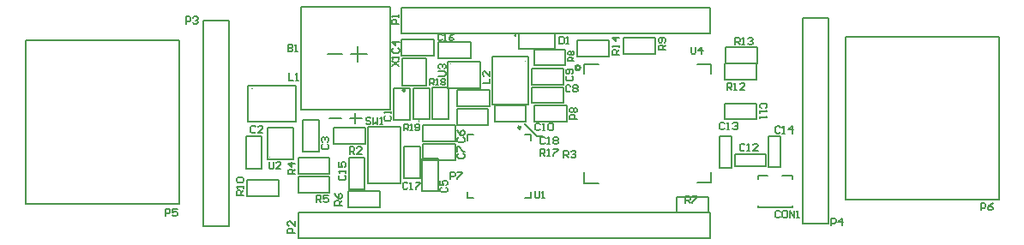
<source format=gto>
G04 Layer_Color=65535*
%FSAX25Y25*%
%MOIN*%
G70*
G01*
G75*
%ADD36C,0.01000*%
%ADD54C,0.00394*%
%ADD55C,0.00984*%
%ADD56C,0.00787*%
%ADD57C,0.00591*%
D36*
X0371299Y0428937D02*
G03*
X0371299Y0428937I-0000394J0000000D01*
G01*
X0439370Y0437795D02*
G03*
X0439370Y0437795I-0000905J0000000D01*
G01*
X0414181Y0450380D02*
G03*
X0414180Y0450394I0000111J0000014D01*
G01*
D54*
X0318789Y0402907D02*
G03*
X0318789Y0402907I-0000197J0000000D01*
G01*
X0312047Y0429764D02*
G03*
X0312047Y0429764I-0000197J0000000D01*
G01*
X0418307Y0440473D02*
G03*
X0418307Y0440473I-0000197J0000000D01*
G01*
X0389088Y0439282D02*
G03*
X0389088Y0439282I-0000197J0000000D01*
G01*
X0376654Y0416693D02*
Y0417677D01*
D55*
X0415904Y0414080D02*
G03*
X0415748Y0414055I-0000156J0000467D01*
G01*
D56*
X0438386Y0442283D02*
Y0448583D01*
Y0442283D02*
X0450591D01*
Y0448583D01*
X0438386D02*
X0450591D01*
X0322165Y0387913D02*
Y0394213D01*
X0309961D02*
X0322165D01*
X0309961Y0387913D02*
Y0394213D01*
Y0387913D02*
X0322165D01*
X0468543Y0443307D02*
Y0449606D01*
X0456339D02*
X0468543D01*
X0456339Y0443307D02*
Y0449606D01*
Y0443307D02*
X0468543D01*
X0489252Y0381339D02*
Y0387638D01*
X0477047D02*
X0489252D01*
X0477047Y0381339D02*
Y0387638D01*
Y0381339D02*
X0489252D01*
X0361535Y0383504D02*
Y0389803D01*
X0349331D02*
X0361535D01*
X0349331Y0383504D02*
Y0389803D01*
Y0383504D02*
X0361535D01*
X0342087Y0389173D02*
Y0395472D01*
X0329882D02*
X0342087D01*
X0329882Y0389173D02*
Y0395472D01*
Y0389173D02*
X0342087D01*
X0329803Y0396614D02*
Y0402913D01*
Y0396614D02*
X0342008D01*
Y0402913D01*
X0329803D02*
X0342008D01*
X0406220Y0416929D02*
Y0423228D01*
Y0416929D02*
X0418425D01*
Y0423228D01*
X0406220D02*
X0418425D01*
X0343661Y0408071D02*
Y0414370D01*
Y0408071D02*
X0355866D01*
Y0414370D01*
X0343661D02*
X0355866D01*
X0495709Y0433150D02*
Y0439449D01*
Y0433150D02*
X0507913D01*
Y0439449D01*
X0495709D02*
X0507913D01*
X0496063Y0439488D02*
Y0445787D01*
Y0439488D02*
X0508268D01*
Y0445787D01*
X0496063D02*
X0508268D01*
X0403661Y0415472D02*
Y0421772D01*
X0391457D02*
X0403661D01*
X0391457Y0415472D02*
Y0421772D01*
Y0415472D02*
X0403661D01*
X0382008Y0430118D02*
X0388307D01*
X0382008Y0417913D02*
Y0430118D01*
Y0417913D02*
X0388307D01*
Y0430118D01*
X0374567Y0417756D02*
X0380866D01*
Y0429961D01*
X0374567D02*
X0380866D01*
X0374567Y0417756D02*
Y0429961D01*
X0421535Y0438701D02*
Y0445000D01*
Y0438701D02*
X0433740D01*
Y0445000D01*
X0421535D02*
X0433740D01*
X0341181Y0443032D02*
X0347087D01*
X0350236D02*
X0356535D01*
X0352992Y0440276D02*
Y0446181D01*
X0341968Y0418228D02*
X0346535D01*
X0349843Y0418150D02*
X0354449D01*
X0352087Y0416181D02*
Y0420276D01*
X0365591Y0421378D02*
Y0461535D01*
X0330945D02*
X0365591D01*
X0330945Y0421378D02*
Y0461535D01*
Y0421378D02*
X0365591D01*
X0418032Y0415827D02*
Y0416024D01*
Y0415827D02*
X0419331Y0414528D01*
X0422756Y0411102D01*
X0424882D01*
X0366811Y0417402D02*
Y0430000D01*
X0373110D01*
Y0417402D02*
Y0430000D01*
X0366811Y0417402D02*
X0373110D01*
X0317792Y0402107D02*
X0327992D01*
Y0414607D01*
X0317792D02*
X0327992D01*
X0317792Y0402107D02*
Y0414607D01*
X0356890Y0392756D02*
X0369488D01*
Y0414803D01*
X0356890D02*
X0369488D01*
X0356890Y0392756D02*
Y0414803D01*
X0602244Y0447835D02*
Y0449961D01*
X0542480D02*
X0602244D01*
X0542480Y0386378D02*
Y0449961D01*
X0602244Y0386378D02*
Y0447835D01*
X0542480Y0386378D02*
X0602244D01*
X0223819Y0384842D02*
Y0386968D01*
Y0384842D02*
X0283583D01*
Y0448425D01*
X0223819Y0386968D02*
Y0448425D01*
X0283583D01*
X0525906Y0377205D02*
Y0457205D01*
Y0377205D02*
X0535906D01*
Y0457205D01*
X0525906D02*
X0535906D01*
X0292795Y0376181D02*
Y0456181D01*
Y0376181D02*
X0302795D01*
Y0456181D01*
X0292795D02*
X0302795D01*
X0330000Y0371500D02*
Y0381500D01*
Y0371500D02*
X0482500D01*
X0490000D01*
Y0381500D01*
X0330000D02*
X0490000D01*
Y0451102D02*
Y0461102D01*
X0370000Y0451102D02*
X0490000D01*
X0370000D02*
Y0461102D01*
X0377500D01*
X0490000D01*
X0310276Y0430945D02*
X0328780D01*
Y0416772D02*
Y0430945D01*
X0310276Y0416772D02*
X0328780D01*
X0310276D02*
Y0430945D01*
X0508504Y0395721D02*
X0512441D01*
X0508504D02*
X0508504Y0394539D01*
X0521890D02*
Y0395720D01*
X0517953D02*
X0521890D01*
X0508504Y0383516D02*
Y0384303D01*
Y0383516D02*
X0521890D01*
Y0384303D01*
X0370827Y0394685D02*
Y0407283D01*
X0377126D01*
Y0394685D02*
Y0407283D01*
X0370827Y0394685D02*
X0377126D01*
X0349449Y0390354D02*
Y0402953D01*
X0355748D01*
Y0390354D02*
Y0402953D01*
X0349449Y0390354D02*
X0355748D01*
X0517205Y0402722D02*
Y0407837D01*
X0512480Y0399055D02*
X0517205D01*
X0512480D02*
Y0411260D01*
X0517205D01*
Y0407837D02*
Y0411260D01*
Y0399055D02*
Y0402722D01*
X0498347Y0402486D02*
Y0407600D01*
X0493622Y0398819D02*
X0498347D01*
X0493622D02*
Y0411024D01*
X0498347D01*
Y0407600D02*
Y0411024D01*
Y0398819D02*
Y0402486D01*
X0502911Y0404134D02*
X0508026D01*
X0511693Y0399410D02*
Y0404134D01*
X0499488Y0399410D02*
X0511693D01*
X0499488D02*
Y0404134D01*
X0502911D01*
X0508026D02*
X0511693D01*
X0495472Y0417677D02*
X0508071D01*
X0495472D02*
Y0423976D01*
X0508071D01*
Y0417677D02*
Y0423976D01*
X0421654Y0423228D02*
X0434252D01*
Y0416929D02*
Y0423228D01*
X0421654Y0416929D02*
X0434252D01*
X0421654D02*
Y0423228D01*
X0420472Y0431102D02*
X0433071D01*
X0420472D02*
Y0437402D01*
X0433071D01*
Y0431102D02*
Y0437402D01*
X0420472Y0424016D02*
X0433071D01*
X0420472D02*
Y0430315D01*
X0433071D01*
Y0424016D02*
Y0430315D01*
X0378346Y0408268D02*
X0390945D01*
Y0401968D02*
Y0408268D01*
X0378346Y0401968D02*
X0390945D01*
X0378346D02*
Y0408268D01*
X0378307Y0415512D02*
X0390905D01*
Y0409213D02*
Y0415512D01*
X0378307Y0409213D02*
X0390905D01*
X0378307D02*
Y0415512D01*
X0377953Y0389764D02*
Y0402362D01*
X0384252D01*
Y0389764D02*
Y0402362D01*
X0377953Y0389764D02*
X0384252D01*
X0369961Y0448858D02*
X0382559D01*
Y0442559D02*
Y0448858D01*
X0369961Y0442559D02*
X0382559D01*
X0369961D02*
Y0448858D01*
X0337913Y0405039D02*
Y0417638D01*
X0331614Y0405039D02*
X0337913D01*
X0331614D02*
Y0417638D01*
X0337913D01*
X0309449Y0398465D02*
Y0411063D01*
X0315748D01*
Y0398465D02*
Y0411063D01*
X0309449Y0398465D02*
X0315748D01*
X0405118Y0442047D02*
X0419291D01*
X0405118Y0423543D02*
Y0442047D01*
Y0423543D02*
X0419291D01*
Y0442047D01*
X0388091Y0440082D02*
X0400591D01*
Y0429882D02*
Y0440082D01*
X0388091Y0429882D02*
X0400591D01*
X0388091D02*
Y0440082D01*
X0384409Y0441378D02*
Y0447677D01*
Y0441378D02*
X0397008D01*
Y0447677D01*
X0384409D02*
X0397008D01*
X0391693Y0422717D02*
Y0429016D01*
Y0422717D02*
X0404291D01*
Y0429016D01*
X0391693D02*
X0404291D01*
X0417854Y0411890D02*
X0420276D01*
Y0409469D02*
Y0411890D01*
Y0387087D02*
Y0389508D01*
X0417854Y0387087D02*
X0420276D01*
X0395472D02*
X0397894D01*
X0395472D02*
Y0389508D01*
Y0411890D02*
X0397894D01*
X0395472Y0409469D02*
Y0411890D01*
X0370118Y0441535D02*
X0370905D01*
X0370118Y0430905D02*
Y0441535D01*
X0370905D02*
X0379567D01*
X0370118Y0430905D02*
X0379567D01*
Y0441535D01*
X0440866Y0393110D02*
X0441024Y0392953D01*
X0440866Y0393110D02*
Y0397087D01*
X0441024Y0392953D02*
X0446535D01*
X0484961Y0393032D02*
X0490276D01*
X0490354Y0393110D01*
Y0397047D01*
X0490394Y0435354D02*
Y0438937D01*
X0490276Y0439055D02*
X0490394Y0438937D01*
X0484882Y0439055D02*
X0490276D01*
X0440866Y0439094D02*
X0446535D01*
X0440827Y0439055D02*
X0440866Y0439094D01*
X0440827Y0435354D02*
Y0439055D01*
X0415551Y0445079D02*
Y0451221D01*
Y0445079D02*
X0429685D01*
Y0451221D01*
X0415551D02*
X0429685D01*
D57*
X0438189Y0417717D02*
X0435434D01*
Y0419094D01*
X0435893Y0419553D01*
X0436811D01*
X0437271Y0419094D01*
Y0417717D01*
X0435893Y0420472D02*
X0435434Y0420931D01*
Y0421849D01*
X0435893Y0422308D01*
X0436352D01*
X0436811Y0421849D01*
X0437271Y0422308D01*
X0437730D01*
X0438189Y0421849D01*
Y0420931D01*
X0437730Y0420472D01*
X0437271D01*
X0436811Y0420931D01*
X0436352Y0420472D01*
X0435893D01*
X0436811Y0420931D02*
Y0421849D01*
X0388976Y0394488D02*
Y0397243D01*
X0390354D01*
X0390813Y0396784D01*
Y0395866D01*
X0390354Y0395407D01*
X0388976D01*
X0391731Y0397243D02*
X0393568D01*
Y0396784D01*
X0391731Y0394947D01*
Y0394488D01*
X0437087Y0440394D02*
X0434725D01*
Y0441574D01*
X0435119Y0441968D01*
X0435906D01*
X0436300Y0441574D01*
Y0440394D01*
Y0441181D02*
X0437087Y0441968D01*
X0435119Y0442755D02*
X0434725Y0443149D01*
Y0443936D01*
X0435119Y0444329D01*
X0435512D01*
X0435906Y0443936D01*
X0436300Y0444329D01*
X0436693D01*
X0437087Y0443936D01*
Y0443149D01*
X0436693Y0442755D01*
X0436300D01*
X0435906Y0443149D01*
X0435512Y0442755D01*
X0435119D01*
X0435906Y0443149D02*
Y0443936D01*
X0384410Y0434606D02*
X0386706D01*
X0387165Y0435066D01*
Y0435984D01*
X0386706Y0436443D01*
X0384410D01*
X0384870Y0437361D02*
X0384410Y0437820D01*
Y0438739D01*
X0384870Y0439198D01*
X0385329D01*
X0385788Y0438739D01*
Y0438280D01*
Y0438739D01*
X0386247Y0439198D01*
X0386706D01*
X0387165Y0438739D01*
Y0437820D01*
X0386706Y0437361D01*
X0371024Y0413386D02*
Y0415747D01*
X0372204D01*
X0372598Y0415354D01*
Y0414567D01*
X0372204Y0414173D01*
X0371024D01*
X0371811D02*
X0372598Y0413386D01*
X0373385D02*
X0374172D01*
X0373779D01*
Y0415747D01*
X0373385Y0415354D01*
X0375353Y0413779D02*
X0375746Y0413386D01*
X0376534D01*
X0376927Y0413779D01*
Y0415354D01*
X0376534Y0415747D01*
X0375746D01*
X0375353Y0415354D01*
Y0414960D01*
X0375746Y0414567D01*
X0376927D01*
X0381063Y0431142D02*
Y0433503D01*
X0382244D01*
X0382637Y0433110D01*
Y0432323D01*
X0382244Y0431929D01*
X0381063D01*
X0381850D02*
X0382637Y0431142D01*
X0383424D02*
X0384212D01*
X0383818D01*
Y0433503D01*
X0383424Y0433110D01*
X0385392D02*
X0385786Y0433503D01*
X0386573D01*
X0386967Y0433110D01*
Y0432716D01*
X0386573Y0432323D01*
X0386967Y0431929D01*
Y0431535D01*
X0386573Y0431142D01*
X0385786D01*
X0385392Y0431535D01*
Y0431929D01*
X0385786Y0432323D01*
X0385392Y0432716D01*
Y0433110D01*
X0385786Y0432323D02*
X0386573D01*
X0423898Y0403543D02*
Y0406298D01*
X0425275D01*
X0425734Y0405839D01*
Y0404921D01*
X0425275Y0404462D01*
X0423898D01*
X0424816D02*
X0425734Y0403543D01*
X0426653D02*
X0427571D01*
X0427112D01*
Y0406298D01*
X0426653Y0405839D01*
X0428948Y0406298D02*
X0430785D01*
Y0405839D01*
X0428948Y0404003D01*
Y0403543D01*
X0401497Y0431811D02*
X0404252D01*
Y0433648D01*
Y0436403D02*
Y0434566D01*
X0402415Y0436403D01*
X0401956D01*
X0401497Y0435944D01*
Y0435025D01*
X0401956Y0434566D01*
X0425813Y0410406D02*
X0425354Y0410865D01*
X0424436D01*
X0423976Y0410406D01*
Y0408569D01*
X0424436Y0408110D01*
X0425354D01*
X0425813Y0408569D01*
X0426731Y0408110D02*
X0427650D01*
X0427191D01*
Y0410865D01*
X0426731Y0410406D01*
X0429027D02*
X0429486Y0410865D01*
X0430405D01*
X0430864Y0410406D01*
Y0409947D01*
X0430405Y0409488D01*
X0430864Y0409029D01*
Y0408569D01*
X0430405Y0408110D01*
X0429486D01*
X0429027Y0408569D01*
Y0409029D01*
X0429486Y0409488D01*
X0429027Y0409947D01*
Y0410406D01*
X0429486Y0409488D02*
X0430405D01*
X0385826Y0450354D02*
X0385433Y0450747D01*
X0384646D01*
X0384252Y0450354D01*
Y0448779D01*
X0384646Y0448386D01*
X0385433D01*
X0385826Y0448779D01*
X0386613Y0448386D02*
X0387401D01*
X0387007D01*
Y0450747D01*
X0386613Y0450354D01*
X0390156Y0450747D02*
X0389368Y0450354D01*
X0388581Y0449567D01*
Y0448779D01*
X0388975Y0448386D01*
X0389762D01*
X0390156Y0448779D01*
Y0449173D01*
X0389762Y0449567D01*
X0388581D01*
X0499606Y0446850D02*
Y0449605D01*
X0500984D01*
X0501443Y0449146D01*
Y0448228D01*
X0500984Y0447769D01*
X0499606D01*
X0500525D02*
X0501443Y0446850D01*
X0502361D02*
X0503280D01*
X0502820D01*
Y0449605D01*
X0502361Y0449146D01*
X0504657D02*
X0505116Y0449605D01*
X0506035D01*
X0506494Y0449146D01*
Y0448687D01*
X0506035Y0448228D01*
X0505576D01*
X0506035D01*
X0506494Y0447769D01*
Y0447310D01*
X0506035Y0446850D01*
X0505116D01*
X0504657Y0447310D01*
X0496457Y0429134D02*
Y0431889D01*
X0497834D01*
X0498293Y0431430D01*
Y0430511D01*
X0497834Y0430052D01*
X0496457D01*
X0497375D02*
X0498293Y0429134D01*
X0499212D02*
X0500130D01*
X0499671D01*
Y0431889D01*
X0499212Y0431430D01*
X0503344Y0429134D02*
X0501508D01*
X0503344Y0430970D01*
Y0431430D01*
X0502885Y0431889D01*
X0501967D01*
X0501508Y0431430D01*
X0349882Y0404291D02*
Y0407046D01*
X0351259D01*
X0351719Y0406587D01*
Y0405669D01*
X0351259Y0405210D01*
X0349882D01*
X0350800D02*
X0351719Y0404291D01*
X0354474D02*
X0352637D01*
X0354474Y0406128D01*
Y0406587D01*
X0354014Y0407046D01*
X0353096D01*
X0352637Y0406587D01*
X0313254Y0414737D02*
X0312795Y0415196D01*
X0311877D01*
X0311417Y0414737D01*
Y0412900D01*
X0311877Y0412441D01*
X0312795D01*
X0313254Y0412900D01*
X0316009Y0412441D02*
X0314172D01*
X0316009Y0414278D01*
Y0414737D01*
X0315550Y0415196D01*
X0314632D01*
X0314172Y0414737D01*
X0339397Y0408018D02*
X0338938Y0407559D01*
Y0406640D01*
X0339397Y0406181D01*
X0341234D01*
X0341693Y0406640D01*
Y0407559D01*
X0341234Y0408018D01*
X0339397Y0408936D02*
X0338938Y0409395D01*
Y0410314D01*
X0339397Y0410773D01*
X0339856D01*
X0340315Y0410314D01*
Y0409855D01*
Y0410314D01*
X0340775Y0410773D01*
X0341234D01*
X0341693Y0410314D01*
Y0409395D01*
X0341234Y0408936D01*
X0366838Y0445419D02*
X0366379Y0444960D01*
Y0444042D01*
X0366838Y0443583D01*
X0368675D01*
X0369134Y0444042D01*
Y0444960D01*
X0368675Y0445419D01*
X0369134Y0447715D02*
X0366379D01*
X0367756Y0446338D01*
Y0448174D01*
X0385499Y0391207D02*
X0385040Y0390748D01*
Y0389829D01*
X0385499Y0389370D01*
X0387336D01*
X0387795Y0389829D01*
Y0390748D01*
X0387336Y0391207D01*
X0385040Y0393962D02*
Y0392125D01*
X0386418D01*
X0385959Y0393043D01*
Y0393503D01*
X0386418Y0393962D01*
X0387336D01*
X0387795Y0393503D01*
Y0392584D01*
X0387336Y0392125D01*
X0392153Y0410695D02*
X0391694Y0410236D01*
Y0409317D01*
X0392153Y0408858D01*
X0393990D01*
X0394449Y0409317D01*
Y0410236D01*
X0393990Y0410695D01*
X0391694Y0413450D02*
X0392153Y0412532D01*
X0393071Y0411613D01*
X0393990D01*
X0394449Y0412073D01*
Y0412991D01*
X0393990Y0413450D01*
X0393531D01*
X0393071Y0412991D01*
Y0411613D01*
X0392192Y0404396D02*
X0391733Y0403937D01*
Y0403018D01*
X0392192Y0402559D01*
X0394029D01*
X0394488Y0403018D01*
Y0403937D01*
X0394029Y0404396D01*
X0391733Y0405314D02*
Y0407151D01*
X0392192D01*
X0394029Y0405314D01*
X0394488D01*
X0435695Y0430642D02*
X0435236Y0431102D01*
X0434317D01*
X0433858Y0430642D01*
Y0428806D01*
X0434317Y0428346D01*
X0435236D01*
X0435695Y0428806D01*
X0436613Y0430642D02*
X0437073Y0431102D01*
X0437991D01*
X0438450Y0430642D01*
Y0430183D01*
X0437991Y0429724D01*
X0438450Y0429265D01*
Y0428806D01*
X0437991Y0428346D01*
X0437073D01*
X0436613Y0428806D01*
Y0429265D01*
X0437073Y0429724D01*
X0436613Y0430183D01*
Y0430642D01*
X0437073Y0429724D02*
X0437991D01*
X0434318Y0434514D02*
X0433859Y0434055D01*
Y0433136D01*
X0434318Y0432677D01*
X0436155D01*
X0436614Y0433136D01*
Y0434055D01*
X0436155Y0434514D01*
Y0435432D02*
X0436614Y0435891D01*
Y0436810D01*
X0436155Y0437269D01*
X0434318D01*
X0433859Y0436810D01*
Y0435891D01*
X0434318Y0435432D01*
X0434777D01*
X0435237Y0435891D01*
Y0437269D01*
X0423884Y0415682D02*
X0423425Y0416141D01*
X0422506D01*
X0422047Y0415682D01*
Y0413845D01*
X0422506Y0413386D01*
X0423425D01*
X0423884Y0413845D01*
X0424802Y0413386D02*
X0425721D01*
X0425261D01*
Y0416141D01*
X0424802Y0415682D01*
X0427098D02*
X0427557Y0416141D01*
X0428476D01*
X0428935Y0415682D01*
Y0413845D01*
X0428476Y0413386D01*
X0427557D01*
X0427098Y0413845D01*
Y0415682D01*
X0511627Y0422140D02*
X0512086Y0422599D01*
Y0423517D01*
X0511627Y0423976D01*
X0509790D01*
X0509331Y0423517D01*
Y0422599D01*
X0509790Y0422140D01*
X0509331Y0421221D02*
Y0420303D01*
Y0420762D01*
X0512086D01*
X0511627Y0421221D01*
X0509331Y0418926D02*
Y0418007D01*
Y0418466D01*
X0512086D01*
X0511627Y0418926D01*
X0503411Y0407808D02*
X0502952Y0408267D01*
X0502034D01*
X0501575Y0407808D01*
Y0405971D01*
X0502034Y0405512D01*
X0502952D01*
X0503411Y0405971D01*
X0504330Y0405512D02*
X0505248D01*
X0504789D01*
Y0408267D01*
X0504330Y0407808D01*
X0508462Y0405512D02*
X0506626D01*
X0508462Y0407348D01*
Y0407808D01*
X0508003Y0408267D01*
X0507085D01*
X0506626Y0407808D01*
X0495538Y0416075D02*
X0495078Y0416535D01*
X0494160D01*
X0493701Y0416075D01*
Y0414239D01*
X0494160Y0413779D01*
X0495078D01*
X0495538Y0414239D01*
X0496456Y0413779D02*
X0497374D01*
X0496915D01*
Y0416535D01*
X0496456Y0416075D01*
X0498752D02*
X0499211Y0416535D01*
X0500129D01*
X0500588Y0416075D01*
Y0415616D01*
X0500129Y0415157D01*
X0499670D01*
X0500129D01*
X0500588Y0414698D01*
Y0414239D01*
X0500129Y0413779D01*
X0499211D01*
X0498752Y0414239D01*
X0517191Y0414619D02*
X0516732Y0415078D01*
X0515813D01*
X0515354Y0414619D01*
Y0412782D01*
X0515813Y0412323D01*
X0516732D01*
X0517191Y0412782D01*
X0518109Y0412323D02*
X0519028D01*
X0518569D01*
Y0415078D01*
X0518109Y0414619D01*
X0521783Y0412323D02*
Y0415078D01*
X0520405Y0413700D01*
X0522242D01*
X0346011Y0395971D02*
X0345552Y0395511D01*
Y0394593D01*
X0346011Y0394134D01*
X0347848D01*
X0348307Y0394593D01*
Y0395511D01*
X0347848Y0395971D01*
X0348307Y0396889D02*
Y0397807D01*
Y0397348D01*
X0345552D01*
X0346011Y0396889D01*
X0345552Y0401021D02*
Y0399185D01*
X0346930D01*
X0346470Y0400103D01*
Y0400562D01*
X0346930Y0401021D01*
X0347848D01*
X0348307Y0400562D01*
Y0399644D01*
X0347848Y0399185D01*
X0372309Y0392847D02*
X0371850Y0393306D01*
X0370932D01*
X0370472Y0392847D01*
Y0391010D01*
X0370932Y0390551D01*
X0371850D01*
X0372309Y0391010D01*
X0373228Y0390551D02*
X0374146D01*
X0373687D01*
Y0393306D01*
X0373228Y0392847D01*
X0375523Y0393306D02*
X0377360D01*
Y0392847D01*
X0375523Y0391010D01*
Y0390551D01*
X0517191Y0381823D02*
X0516732Y0382283D01*
X0515813D01*
X0515354Y0381823D01*
Y0379987D01*
X0515813Y0379528D01*
X0516732D01*
X0517191Y0379987D01*
X0519487Y0382283D02*
X0518569D01*
X0518109Y0381823D01*
Y0379987D01*
X0518569Y0379528D01*
X0519487D01*
X0519946Y0379987D01*
Y0381823D01*
X0519487Y0382283D01*
X0520864Y0379528D02*
Y0382283D01*
X0522701Y0379528D01*
Y0382283D01*
X0523619Y0379528D02*
X0524538D01*
X0524079D01*
Y0382283D01*
X0523619Y0381823D01*
X0326181Y0435747D02*
Y0432992D01*
X0328018D01*
X0328936D02*
X0329854D01*
X0329395D01*
Y0435747D01*
X0328936Y0435288D01*
X0368898Y0454724D02*
X0366143D01*
Y0456102D01*
X0366602Y0456561D01*
X0367520D01*
X0367979Y0456102D01*
Y0454724D01*
X0368898Y0457479D02*
Y0458398D01*
Y0457939D01*
X0366143D01*
X0366602Y0457479D01*
X0328504Y0373465D02*
X0325749D01*
Y0374842D01*
X0326208Y0375301D01*
X0327126D01*
X0327586Y0374842D01*
Y0373465D01*
X0328504Y0378056D02*
Y0376220D01*
X0326667Y0378056D01*
X0326208D01*
X0325749Y0377597D01*
Y0376679D01*
X0326208Y0376220D01*
X0286221Y0454921D02*
Y0457676D01*
X0287598D01*
X0288057Y0457217D01*
Y0456299D01*
X0287598Y0455840D01*
X0286221D01*
X0288976Y0457217D02*
X0289435Y0457676D01*
X0290353D01*
X0290812Y0457217D01*
Y0456758D01*
X0290353Y0456299D01*
X0289894D01*
X0290353D01*
X0290812Y0455840D01*
Y0455380D01*
X0290353Y0454921D01*
X0289435D01*
X0288976Y0455380D01*
X0537008Y0376378D02*
Y0379133D01*
X0538385D01*
X0538844Y0378674D01*
Y0377755D01*
X0538385Y0377296D01*
X0537008D01*
X0541140Y0376378D02*
Y0379133D01*
X0539763Y0377755D01*
X0541600D01*
X0278228Y0380157D02*
Y0382912D01*
X0279606D01*
X0280065Y0382453D01*
Y0381535D01*
X0279606Y0381076D01*
X0278228D01*
X0282820Y0382912D02*
X0280983D01*
Y0381535D01*
X0281902Y0381994D01*
X0282361D01*
X0282820Y0381535D01*
Y0380617D01*
X0282361Y0380157D01*
X0281442D01*
X0280983Y0380617D01*
X0595197Y0382362D02*
Y0385117D01*
X0596574D01*
X0597034Y0384658D01*
Y0383740D01*
X0596574Y0383280D01*
X0595197D01*
X0599789Y0385117D02*
X0598870Y0384658D01*
X0597952Y0383740D01*
Y0382821D01*
X0598411Y0382362D01*
X0599329D01*
X0599789Y0382821D01*
Y0383280D01*
X0599329Y0383740D01*
X0597952D01*
X0433032Y0402874D02*
Y0405629D01*
X0434409D01*
X0434868Y0405170D01*
Y0404251D01*
X0434409Y0403792D01*
X0433032D01*
X0433950D02*
X0434868Y0402874D01*
X0435786Y0405170D02*
X0436246Y0405629D01*
X0437164D01*
X0437623Y0405170D01*
Y0404711D01*
X0437164Y0404251D01*
X0436705D01*
X0437164D01*
X0437623Y0403792D01*
Y0403333D01*
X0437164Y0402874D01*
X0436246D01*
X0435786Y0403333D01*
X0328661Y0396496D02*
X0325906D01*
Y0397874D01*
X0326366Y0398333D01*
X0327284D01*
X0327743Y0397874D01*
Y0396496D01*
Y0397414D02*
X0328661Y0398333D01*
Y0400629D02*
X0325906D01*
X0327284Y0399251D01*
Y0401088D01*
X0336929Y0385433D02*
Y0388188D01*
X0338307D01*
X0338766Y0387729D01*
Y0386811D01*
X0338307Y0386351D01*
X0336929D01*
X0337847D02*
X0338766Y0385433D01*
X0341521Y0388188D02*
X0339684D01*
Y0386811D01*
X0340602Y0387270D01*
X0341062D01*
X0341521Y0386811D01*
Y0385892D01*
X0341062Y0385433D01*
X0340143D01*
X0339684Y0385892D01*
X0346850Y0384213D02*
X0344095D01*
Y0385590D01*
X0344554Y0386049D01*
X0345473D01*
X0345932Y0385590D01*
Y0384213D01*
Y0385131D02*
X0346850Y0386049D01*
X0344095Y0388804D02*
X0344554Y0387886D01*
X0345473Y0386968D01*
X0346391D01*
X0346850Y0387427D01*
Y0388345D01*
X0346391Y0388804D01*
X0345932D01*
X0345473Y0388345D01*
Y0386968D01*
X0480354Y0385157D02*
Y0387913D01*
X0481732D01*
X0482191Y0387453D01*
Y0386535D01*
X0481732Y0386076D01*
X0480354D01*
X0481273D02*
X0482191Y0385157D01*
X0483109Y0387913D02*
X0484946D01*
Y0387453D01*
X0483109Y0385617D01*
Y0385157D01*
X0358018Y0418044D02*
X0357559Y0418503D01*
X0356640D01*
X0356181Y0418044D01*
Y0417585D01*
X0356640Y0417126D01*
X0357559D01*
X0358018Y0416666D01*
Y0416207D01*
X0357559Y0415748D01*
X0356640D01*
X0356181Y0416207D01*
X0358936Y0418503D02*
Y0415748D01*
X0359855Y0416666D01*
X0360773Y0415748D01*
Y0418503D01*
X0361691Y0415748D02*
X0362610D01*
X0362150D01*
Y0418503D01*
X0361691Y0418044D01*
X0421890Y0389763D02*
Y0387467D01*
X0422349Y0387008D01*
X0423267D01*
X0423726Y0387467D01*
Y0389763D01*
X0424645Y0387008D02*
X0425563D01*
X0425104D01*
Y0389763D01*
X0424645Y0389304D01*
X0318504Y0401180D02*
Y0398884D01*
X0318963Y0398425D01*
X0319881D01*
X0320341Y0398884D01*
Y0401180D01*
X0323096Y0398425D02*
X0321259D01*
X0323096Y0400262D01*
Y0400721D01*
X0322637Y0401180D01*
X0321718D01*
X0321259Y0400721D01*
X0366300Y0438543D02*
X0369055Y0440380D01*
X0366300D02*
X0369055Y0438543D01*
Y0441298D02*
Y0442217D01*
Y0441757D01*
X0366300D01*
X0366759Y0441298D01*
X0472638Y0444803D02*
X0469883D01*
Y0446181D01*
X0470342Y0446640D01*
X0471260D01*
X0471720Y0446181D01*
Y0444803D01*
Y0445721D02*
X0472638Y0446640D01*
X0472179Y0447558D02*
X0472638Y0448017D01*
Y0448936D01*
X0472179Y0449395D01*
X0470342D01*
X0469883Y0448936D01*
Y0448017D01*
X0470342Y0447558D01*
X0470801D01*
X0471260Y0448017D01*
Y0449395D01*
X0308661Y0388189D02*
X0305906D01*
Y0389566D01*
X0306366Y0390026D01*
X0307284D01*
X0307743Y0389566D01*
Y0388189D01*
Y0389107D02*
X0308661Y0390026D01*
Y0390944D02*
Y0391862D01*
Y0391403D01*
X0305906D01*
X0306366Y0390944D01*
Y0393240D02*
X0305906Y0393699D01*
Y0394617D01*
X0306366Y0395076D01*
X0308202D01*
X0308661Y0394617D01*
Y0393699D01*
X0308202Y0393240D01*
X0306366D01*
X0325827Y0446810D02*
Y0444055D01*
X0327204D01*
X0327663Y0444514D01*
Y0444974D01*
X0327204Y0445433D01*
X0325827D01*
X0327204D01*
X0327663Y0445892D01*
Y0446351D01*
X0327204Y0446810D01*
X0325827D01*
X0328582Y0444055D02*
X0329500D01*
X0329041D01*
Y0446810D01*
X0328582Y0446351D01*
X0363688Y0419120D02*
X0363229Y0418661D01*
Y0417743D01*
X0363688Y0417283D01*
X0365525D01*
X0365984Y0417743D01*
Y0418661D01*
X0365525Y0419120D01*
X0365984Y0420039D02*
Y0420957D01*
Y0420498D01*
X0363229D01*
X0363688Y0420039D01*
X0454567Y0442953D02*
X0451812D01*
Y0444330D01*
X0452271Y0444789D01*
X0453189D01*
X0453649Y0444330D01*
Y0442953D01*
Y0443871D02*
X0454567Y0444789D01*
Y0445708D02*
Y0446626D01*
Y0446167D01*
X0451812D01*
X0452271Y0445708D01*
X0454567Y0449381D02*
X0451812D01*
X0453189Y0448004D01*
Y0449840D01*
X0431299Y0449802D02*
Y0447047D01*
X0432677D01*
X0433136Y0447506D01*
Y0449343D01*
X0432677Y0449802D01*
X0431299D01*
X0434054Y0447047D02*
X0434973D01*
X0434513D01*
Y0449802D01*
X0434054Y0449343D01*
X0482559Y0445983D02*
Y0443687D01*
X0483018Y0443228D01*
X0483937D01*
X0484396Y0443687D01*
Y0445983D01*
X0486692Y0443228D02*
Y0445983D01*
X0485314Y0444606D01*
X0487151D01*
M02*

</source>
